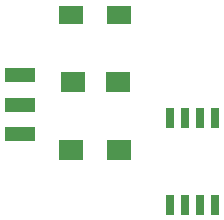
<source format=gtp>
G04 #@! TF.FileFunction,Paste,Top*
%FSLAX46Y46*%
G04 Gerber Fmt 4.6, Leading zero omitted, Abs format (unit mm)*
G04 Created by KiCad (PCBNEW 4.0.7) date 01/25/18 22:01:14*
%MOMM*%
%LPD*%
G01*
G04 APERTURE LIST*
%ADD10C,0.100000*%
%ADD11R,2.500000X1.200000*%
%ADD12R,0.650000X1.700000*%
%ADD13R,2.000000X1.800860*%
%ADD14R,2.000000X1.600000*%
%ADD15R,2.000000X1.700000*%
G04 APERTURE END LIST*
D10*
D11*
X200025000Y-90210000D03*
X200025000Y-92750000D03*
X200025000Y-95210000D03*
D12*
X212725000Y-101186000D03*
X213995000Y-101186000D03*
X215265000Y-101186000D03*
X216535000Y-101186000D03*
X216535000Y-93886000D03*
X215265000Y-93886000D03*
X213995000Y-93886000D03*
X212725000Y-93886000D03*
D13*
X208280000Y-90805000D03*
X204470000Y-90805000D03*
D14*
X204375000Y-85090000D03*
X208375000Y-85090000D03*
D15*
X208375000Y-96520000D03*
X204375000Y-96520000D03*
M02*

</source>
